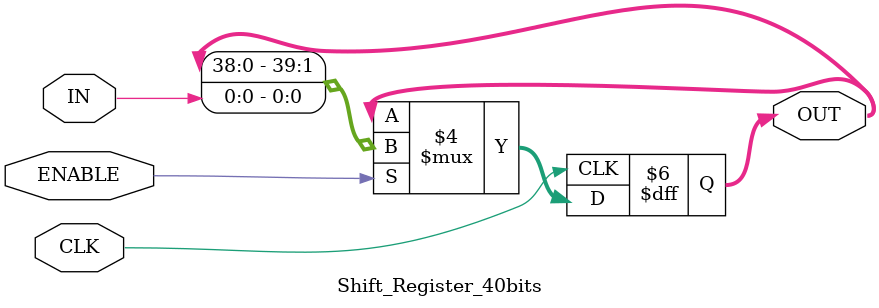
<source format=v>
module Shift_Register_40bits(CLK,IN,ENABLE,OUT);//带有保持功能的移位寄存器
	input CLK;
	input IN;
	input ENABLE;
	output reg[39:0]OUT=0;

	always @(posedge CLK)begin
		if(ENABLE)begin
			OUT<={OUT[38:0],IN};
		end
		else begin
			OUT<=OUT;
		end
	end
endmodule
</source>
